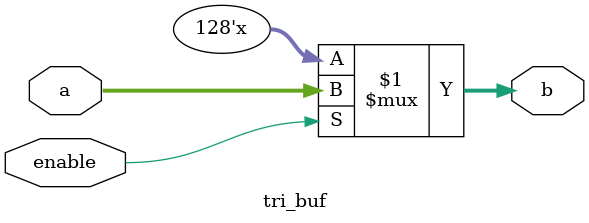
<source format=v>


module mux2 #(parameter WIDTH = 8) (
	input select,
	input [WIDTH-1:0] d0, d1,
	output [WIDTH-1:0] out
);
	assign out = select ? d1 : d0;
endmodule


module mux3 #(parameter WIDTH = 8) (
	input [1:0] select,
	input [WIDTH-1:0] d0, d1, d2,
	output [WIDTH-1:0] out
);
	assign out = select[1] ? d2 : (select[0] ? d1 : d0);
endmodule


module mux4 #(parameter WIDTH = 8) (
	input  [1:0] select,
	input  [WIDTH-1:0] d0, d1, d2, d3,
	output reg [WIDTH-1:0] out
);
always @ (*)
  begin
    case(select)
      2'b00 : out <= d0;
      2'b01 : out <= d1;
      2'b10 : out <= d2;
      2'b11 : out <= d3;
    endcase
  end
endmodule

module mux4_assign #(parameter WORD_SIZE_BIT = 32) (
	input  [1:0] s,
	input  [WORD_SIZE_BIT-1:0] d0, d1, d2, d3,
	output [WORD_SIZE_BIT-1:0] y
);

assign y = (s == 2'd0) ? d0 : ((s == 2'd1) ? d1 : ((s == 2'd2) ? d2 : d3));

endmodule

module tri_buf #(parameter DATA_BLOCK = 128)(
	input 	[DATA_BLOCK - 1 : 0] a,
	input		enable,
	output 	[DATA_BLOCK - 1 : 0] b
);

assign b = enable ? a : {DATA_BLOCK{1'dz}};

endmodule

</source>
